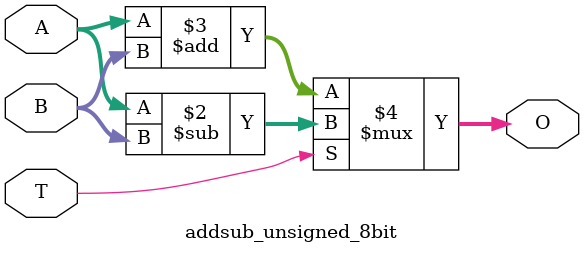
<source format=v>
module addsub_unsigned_8bit(A, B, T, O);
  input [7:0] A;
  input  [7:0] B;
  input T;
  output [8:0] O;

  assign O = (T == 1'b1) ? (A - B) : (A+B);
endmodule




</source>
